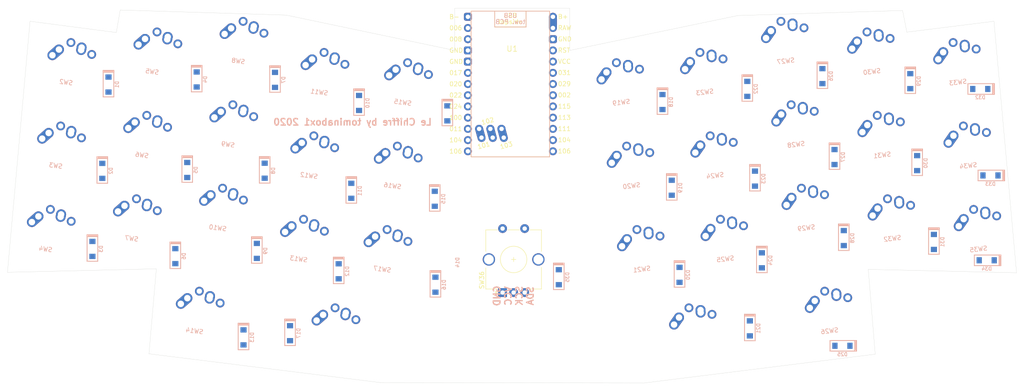
<source format=kicad_pcb>
(kicad_pcb (version 20241229) (generator "pcbnew") (generator_version "9.0")
  (layers (0 "F.Cu" signal) (2 "B.Cu" signal) (13 "F.Paste" user) (15 "B.Paste" user) (5 "F.SilkS" user) (7 "B.SilkS" user) (1 "F.Mask" user) (3 "B.Mask" user) (25 "Edge.Cuts" user))
  (net 0 "")
  (net 1 "GND")
  (net 2 "Net-(D1-K)")
  (net 3 "Net-(D2-K)")
  (net 4 "Net-(D3-K)")
  (net 5 "Net-(D4-K)")
  (net 6 "Net-(D5-K)")
  (net 7 "Net-(D6-K)")
  (net 8 "col5")
  (net 9 "row0")
  (net 10 "row1")
  (net 11 "col3")
  (net 12 "Net-(D7-K)")
  (net 13 "row2")
  (net 14 "Net-(D8-K)")
  (net 15 "col1")
  (net 16 "col0")
  (net 17 "col7")
  (net 18 "Net-(D9-K)")
  (net 19 "col2")
  (net 20 "row3")
  (net 21 "Net-(D10-K)")
  (net 22 "Net-(D11-K)")
  (net 23 "col6")
  (net 24 "col9")
  (net 25 "col4")
  (net 26 "col8")
  (net 27 "Net-(D12-K)")
  (net 28 "Net-(D13-K)")
  (net 29 "Net-(D14-K)")
  (net 30 "Net-(D15-K)")
  (net 31 "Net-(D16-K)")
  (net 32 "Net-(D17-K)")
  (net 33 "Net-(D18-K)")
  (net 34 "Net-(D19-K)")
  (net 35 "Net-(D20-K)")
  (net 36 "Net-(D21-K)")
  (net 37 "Net-(D22-K)")
  (net 38 "Net-(D23-K)")
  (net 39 "Net-(D24-K)")
  (net 40 "Net-(D25-K)")
  (net 41 "Net-(D26-K)")
  (net 42 "Net-(D27-K)")
  (net 43 "Net-(D28-K)")
  (net 44 "Net-(D29-K)")
  (net 45 "Net-(D30-K)")
  (net 46 "Net-(D31-K)")
  (net 47 "Net-(D32-K)")
  (net 48 "Net-(D33-K)")
  (net 49 "Net-(D34-K)")
  (net 50 "Net-(D35-K)")
  (net 60 "EncA")
  (net 61 "EncB")
  (footprint "Keebio-Parts:MX-Alps-Choc-1U-NoLED" (layer "F.Cu") (at 37.505804 50.429023 -7)
    (property "Reference" "SW2")
    (property "Value" "SW_Push")
  )
  (footprint "Keebio-Parts:MX-Alps-Choc-1U-NoLED" (layer "F.Cu") (at 35.184193 69.337027 -7)
    (property "Reference" "SW3")
    (property "Value" "SW_Push")
  )
  (footprint "Keebio-Parts:MX-Alps-Choc-1U-NoLED" (layer "F.Cu") (at 32.862582 88.245032 -7)
    (property "Reference" "SW4")
    (property "Value" "SW_Push")
  )
  (footprint "Keebio-Parts:MX-Alps-Choc-1U-NoLED" (layer "F.Cu") (at 56.994211 48.023633 -7)
    (property "Reference" "SW5")
    (property "Value" "SW_Push")
  )
  (footprint "Keebio-Parts:MX-Alps-Choc-1U-NoLED" (layer "F.Cu") (at 54.6726 66.931637 -7)
    (property "Reference" "SW6")
    (property "Value" "SW_Push")
  )
  (footprint "Keebio-Parts:MX-Alps-Choc-1U-NoLED" (layer "F.Cu") (at 52.350989 85.839642 -7)
    (property "Reference" "SW7")
    (property "Value" "SW_Push")
  )
  (footprint "Keebio-Parts:MX-Alps-Choc-1U-NoLED" (layer "F.Cu") (at 74.161007 64.526247 -7)
    (property "Reference" "SW9")
    (property "Value" "SW_Push")
  )
  (footprint "Keebio-Parts:MX-Alps-Choc-1U-NoLED" (layer "F.Cu") (at 71.839396 83.434252 -7)
    (property "Reference" "SW10")
    (property "Value" "SW_Push")
  )
  (footprint "Keebio-Parts:MX-Alps-Choc-1U-NoLED" (layer "F.Cu") (at 94.810219 52.666855 -7)
    (property "Reference" "SW11")
    (property "Value" "SW_Push")
  )
  (footprint "Keebio-Parts:MX-Alps-Choc-1U-NoLED" (layer "F.Cu") (at 92.488608 71.574859 -7)
    (property "Reference" "SW12")
    (property "Value" "SW_Push")
  )
  (footprint "Keebio-Parts:MX-Alps-Choc-1U-NoLED" (layer "F.Cu") (at 90.166997 90.482864 -7)
    (property "Reference" "SW13")
    (property "Value" "SW_Push")
  )
  (footprint "Keebio-Parts:MX-Alps-Choc-1U-NoLED" (layer "F.Cu") (at 113.718223 54.988466 -7)
    (property "Reference" "SW15")
    (property "Value" "SW_Push")
  )
  (footprint "Keebio-Parts:MX-Alps-Choc-1U-NoLED" (layer "F.Cu") (at 111.396612 73.89647 -7)
    (property "Reference" "SW16")
    (property "Value" "SW_Push")
  )
  (footprint "Keebio-Parts:MX-Alps-Choc-1U-NoLED" (layer "F.Cu") (at 109.075002 92.804475 -7)
    (property "Reference" "SW17")
    (property "Value" "SW_Push")
  )
  (footprint "Keebio-Parts:MX-Alps-Choc-2U-StabFlip" (layer "F.Cu") (at 97.299388 110.551673 -7)
    (property "Reference" "SW18")
    (property "Value" "SW_Push")
  )
  (footprint "Keebio-Parts:MX-Alps-Choc-1U-NoLED" (layer "F.Cu") (at 162.411777 54.988466 7)
    (property "Reference" "SW19")
    (property "Value" "SW_Push")
  )
  (footprint "Keebio-Parts:MX-Alps-Choc-1U-NoLED" (layer "F.Cu") (at 164.733388 73.89647 7)
    (property "Reference" "SW20")
    (property "Value" "SW_Push")
  )
  (footprint "Keebio-Parts:MX-Alps-Choc-1U-NoLED" (layer "F.Cu") (at 167.054998 92.804475 7)
    (property "Reference" "SW21")
    (property "Value" "SW_Push")
  )
  (footprint "Keebio-Parts:MX-Alps-Choc-2U-StabFlip" (layer "F.Cu") (at 178.830612 110.551673 7)
    (property "Reference" "SW22")
    (property "Value" "SW_Push")
  )
  (footprint "Keebio-Parts:MX-Alps-Choc-1U-NoLED" (layer "F.Cu") (at 181.319781 52.666855 7)
    (property "Reference" "SW23")
    (property "Value" "SW_Push")
  )
  (footprint "Keebio-Parts:MX-Alps-Choc-1U-NoLED" (layer "F.Cu") (at 183.641392 71.574859 7)
    (property "Reference" "SW24")
    (property "Value" "SW_Push")
  )
  (footprint "Keebio-Parts:MX-Alps-Choc-1U-NoLED" (layer "F.Cu") (at 185.963003 90.482864 7)
    (property "Reference" "SW25")
    (property "Value" "SW_Push")
  )
  (footprint "Keebio-Parts:MX-Alps-Choc-1U-NoLED" (layer "F.Cu") (at 209.555871 106.779086 7)
    (property "Reference" "SW26")
    (property "Value" "SW_Push")
  )
  (footprint "Keebio-Parts:MX-Alps-Choc-1U-NoLED" (layer "F.Cu") (at 199.647382 45.618243 7)
    (property "Reference" "SW27")
    (property "Value" "SW_Push")
  )
  (footprint "Keebio-Parts:MX-Alps-Choc-1U-NoLED" (layer "F.Cu") (at 201.968993 64.526247 7)
    (property "Reference" "SW28")
    (property "Value" "SW_Push")
  )
  (footprint "Keebio-Parts:MX-Alps-Choc-1U-NoLED" (layer "F.Cu") (at 204.290604 83.434252 7)
    (property "Reference" "SW29")
    (property "Value" "SW_Push")
  )
  (footprint "Keebio-Parts:MX-Alps-Choc-1U-NoLED" (layer "F.Cu") (at 219.135789 48.023633 7)
    (property "Reference" "SW30")
    (property "Value" "SW_Push")
  )
  (footprint "Keebio-Parts:MX-Alps-Choc-1U-NoLED" (layer "F.Cu") (at 221.4574 66.931637 7)
    (property "Reference" "SW31")
    (property "Value" "SW_Push")
  )
  (footprint "Keebio-Parts:MX-Alps-Choc-1U-NoLED" (layer "F.Cu") (at 223.779011 85.839642 7)
    (property "Reference" "SW32")
    (property "Value" "SW_Push")
  )
  (footprint "Keebio-Parts:MX-Alps-Choc-1U-NoLED" (layer "F.Cu") (at 238.624196 50.429023 7)
    (property "Reference" "SW33")
    (property "Value" "SW_Push")
  )
  (footprint "Keebio-Parts:MX-Alps-Choc-1U-NoLED" (layer "F.Cu") (at 240.945807 69.337027 7)
    (property "Reference" "SW34")
    (property "Value" "SW_Push")
  )
  (footprint "Keebio-Parts:MX-Alps-Choc-1U-NoLED" (layer "F.Cu") (at 243.267418 88.245032 7)
    (property "Reference" "SW35")
    (property "Value" "SW_Push")
  )
  (footprint "Keebio-Parts:MX-Alps-Choc-1U-NoLED" (layer "F.Cu") (at 66.574129 106.779086 -7)
    (property "Reference" "SW14")
    (property "Value" "SW_Push")
  )
  (footprint "Keebio-Parts:MX-Alps-Choc-1U-NoLED" (layer "F.Cu") (at 76.482618 45.618243 -7)
    (property "Reference" "SW8")
    (property "Value" "SW_Push")
  )
  (footprint "Rotary_Encoder:RotaryEncoder_Alps_EC12E-Switch_Vertical_H20mm_CircularMountingHoles" (layer "F.Cu") (at 135.93 101.23 90)
    (property "Reference" "SW36")
    (property "Value" "Rotary_Encoder_Switch")
  )
  (footprint "pro_micro:supermini_x_nice_nano" (layer "F.Cu") (at 138.09 45.985)
    (property "Reference" "U1")
    (property "Value" "SuperMini nRF52840 x nice_nano")
  )
  (footprint "Keebio-Parts:D_SOD123" (layer "B.Cu") (at 46.73 54.09 -90)
    (property "Reference" "D1")
    (property "Value" "1N4148" (hide yes))
  )
  (footprint "Keebio-Parts:D_SOD123" (layer "B.Cu") (at 45.33 73.65 -90)
    (property "Reference" "D2")
    (property "Value" "1N4148" (hide yes))
  )
  (footprint "Keebio-Parts:D_SOD123" (layer "B.Cu") (at 43.09 91.34 -90)
    (property "Reference" "D3")
    (property "Value" "1N4148" (hide yes))
  )
  (footprint "Keebio-Parts:D_SOD123" (layer "B.Cu") (at 66.69 52.94 -90)
    (property "Reference" "D4")
    (property "Value" "1N4148" (hide yes))
  )
  (footprint "Keebio-Parts:D_SOD123" (layer "B.Cu") (at 64.55 73.45 -90)
    (property "Reference" "D5")
    (property "Value" "1N4148" (hide yes))
  )
  (footprint "Keebio-Parts:D_SOD123" (layer "B.Cu") (at 61.86 92.98 -90)
    (property "Reference" "D6")
    (property "Value" "1N4148" (hide yes))
  )
  (footprint "Keebio-Parts:D_SOD123" (layer "B.Cu") (at 84.42 53.03 -90)
    (property "Reference" "D7")
    (property "Value" "1N4148" (hide yes))
  )
  (footprint "Keebio-Parts:D_SOD123" (layer "B.Cu") (at 82.08 73.62 -90)
    (property "Reference" "D8")
    (property "Value" "1N4148" (hide yes))
  )
  (footprint "Keebio-Parts:D_SOD123" (layer "B.Cu") (at 80.31 91.79 -90)
    (property "Reference" "D9")
    (property "Value" "1N4148" (hide yes))
  )
  (footprint "Keebio-Parts:D_SOD123" (layer "B.Cu") (at 103.44 58.26 -90)
    (property "Reference" "D10")
    (property "Value" "1N4148" (hide yes))
  )
  (footprint "Keebio-Parts:D_SOD123" (layer "B.Cu") (at 101.69 78.17 -90)
    (property "Reference" "D11")
    (property "Value" "1N4148" (hide yes))
  )
  (footprint "Keebio-Parts:D_SOD123" (layer "B.Cu") (at 98.83 96.41 -90)
    (property "Reference" "D12")
    (property "Value" "1N4148" (hide yes))
  )
  (footprint "Keebio-Parts:D_SOD123" (layer "B.Cu") (at 77.29 111.39 -90)
    (property "Reference" "D13")
    (property "Value" "1N4148" (hide yes))
  )
  (footprint "Keebio-Parts:D_SOD123" (layer "B.Cu") (at 123.43 60.62 -90)
    (property "Reference" "D14")
    (property "Value" "1N4148" (hide yes))
  )
  (footprint "Keebio-Parts:D_SOD123" (layer "B.Cu") (at 120.58 79.98 -90)
    (property "Reference" "D15")
    (property "Value" "1N4148" (hide yes))
  )
  (footprint "Keebio-Parts:D_SOD123" (layer "B.Cu") (at 120.73 99.45 -90)
    (property "Reference" "D16")
    (property "Value" "1N4148" (hide yes))
  )
  (footprint "Keebio-Parts:D_SOD123" (layer "B.Cu") (at 87.82 110.44 -90)
    (property "Reference" "D17")
    (property "Value" "1N4148" (hide yes))
  )
  (footprint "Keebio-Parts:D_SOD123" (layer "B.Cu") (at 172.12 58.05 -90)
    (property "Reference" "D18")
    (property "Value" "1N4148" (hide yes))
  )
  (footprint "Keebio-Parts:D_SOD123" (layer "B.Cu") (at 174.22 77.48 -90)
    (property "Reference" "D19")
    (property "Value" "1N4148" (hide yes))
  )
  (footprint "Keebio-Parts:D_SOD123" (layer "B.Cu") (at 175.98 97.22 -90)
    (property "Reference" "D20")
    (property "Value" "1N4148" (hide yes))
  )
  (footprint "Keebio-Parts:D_SOD123" (layer "B.Cu") (at 191.9 109.35 -90)
    (property "Reference" "D21")
    (property "Value" "1N4148" (hide yes))
  )
  (footprint "Keebio-Parts:D_SOD123" (layer "B.Cu") (at 191.32 55.07 -90)
    (property "Reference" "D22")
    (property "Value" "1N4148" (hide yes))
  )
  (footprint "Keebio-Parts:D_SOD123" (layer "B.Cu") (at 193.06 75.41 -90)
    (property "Reference" "D23")
    (property "Value" "1N4148" (hide yes))
  )
  (footprint "Keebio-Parts:D_SOD123" (layer "B.Cu") (at 194.62 93.93 -90)
    (property "Reference" "D24")
    (property "Value" "1N4148" (hide yes))
  )
  (footprint "Keebio-Parts:D_SOD123" (layer "B.Cu") (at 212.85 113.3 180)
    (property "Reference" "D25")
    (property "Value" "1N4148" (hide yes))
  )
  (footprint "Keebio-Parts:D_SOD123" (layer "B.Cu") (at 208.32 52.18 -90)
    (property "Reference" "D26")
    (property "Value" "1N4148" (hide yes))
  )
  (footprint "Keebio-Parts:D_SOD123" (layer "B.Cu") (at 211.06 70.52 -90)
    (property "Reference" "D27")
    (property "Value" "1N4148" (hide yes))
  )
  (footprint "Keebio-Parts:D_SOD123" (layer "B.Cu") (at 213.16 88.89 -90)
    (property "Reference" "D28")
    (property "Value" "1N4148" (hide yes))
  )
  (footprint "Keebio-Parts:D_SOD123" (layer "B.Cu") (at 228.21 53.32 -90)
    (property "Reference" "D29")
    (property "Value" "1N4148" (hide yes))
  )
  (footprint "Keebio-Parts:D_SOD123" (layer "B.Cu") (at 229.76 71.9 -90)
    (property "Reference" "D30")
    (property "Value" "1N4148" (hide yes))
  )
  (footprint "Keebio-Parts:D_SOD123" (layer "B.Cu") (at 233.56 89.76 -90)
    (property "Reference" "D31")
    (property "Value" "1N4148" (hide yes))
  )
  (footprint "Keebio-Parts:D_SOD123" (layer "B.Cu") (at 244.05 55.09 180)
    (property "Reference" "D32")
    (property "Value" "1N4148" (hide yes))
  )
  (footprint "Keebio-Parts:D_SOD123" (layer "B.Cu") (at 246.36 74.69 180)
    (property "Reference" "D33")
    (property "Value" "1N4148" (hide yes))
  )
  (footprint "Keebio-Parts:D_SOD123" (layer "B.Cu") (at 245.51 93.92 180)
    (property "Reference" "D34")
    (property "Value" "1N4148" (hide yes))
  )
  (footprint "Keebio-Parts:D_SOD123" (layer "B.Cu") (at 148.655 97.75 -90)
    (property "Reference" "D35")
    (property "Value" "1N4148" (hide yes))
  )
  (gr_line (start 167.93 121.73) (end 220.27 115.2) (stroke (width 0.05)) (layer "Edge.Cuts"))
  (gr_line (start 28.97 39.75) (end 23.86 96.64) (stroke (width 0.05)) (layer "Edge.Cuts"))
  (gr_line (start 226.46 37.31) (end 189.17 38.45) (stroke (width 0.05)) (layer "Edge.Cuts"))
  (gr_line (start 151.13 46.355) (end 151.13 36.83) (stroke (width 0.05)) (layer "Edge.Cuts"))
  (gr_line (start 151.13 46.355) (end 189.17 38.45) (stroke (width 0.05)) (layer "Edge.Cuts"))
  (gr_line (start 218.7 95.98) (end 252.26 96.74) (stroke (width 0.05)) (layer "Edge.Cuts"))
  (gr_line (start 57.56 95.85) (end 23.86 96.64) (stroke (width 0.05)) (layer "Edge.Cuts"))
  (gr_line (start 125.095 36.83) (end 151.13 36.83) (stroke (width 0.05)) (layer "Edge.Cuts"))
  (gr_line (start 125.095 46.355) (end 125.095 36.83) (stroke (width 0.05)) (layer "Edge.Cuts"))
  (gr_line (start 49.38 37.2) (end 86.94 38.35) (stroke (width 0.05)) (layer "Edge.Cuts"))
  (gr_line (start 86.94 38.35) (end 125.095 46.355) (stroke (width 0.05)) (layer "Edge.Cuts"))
  (gr_line (start 48.5 42.3) (end 49.38 37.2) (stroke (width 0.05)) (layer "Edge.Cuts"))
  (gr_line (start 227.44 42.21) (end 226.46 37.31) (stroke (width 0.05)) (layer "Edge.Cuts"))
  (gr_line (start 167.93 121.73) (end 108.19 121.63) (stroke (width 0.05)) (layer "Edge.Cuts"))
  (gr_line (start 55.89 115.11) (end 57.56 95.85) (stroke (width 0.05)) (layer "Edge.Cuts"))
  (gr_line (start 108.19 121.63) (end 55.89 115.11) (stroke (width 0.05)) (layer "Edge.Cuts"))
  (gr_line (start 247.15 39.75) (end 252.26 96.74) (stroke (width 0.05)) (layer "Edge.Cuts"))
  (gr_line (start 220.27 115.2) (end 218.7 95.98) (stroke (width 0.05)) (layer "Edge.Cuts"))
  (gr_line (start 28.97 39.75) (end 48.5 42.3) (stroke (width 0.05)) (layer "Edge.Cuts"))
  (gr_line (start 247.15 39.75) (end 227.44 42.21) (stroke (width 0.05)) (layer "Edge.Cuts"))
  (gr_text "VCC" (at 137.205 101.989999 90) (layer "B.SilkS") (effects (font (size 1.5 1.5) (thickness 0.3)) (justify mirror)))
  (gr_text "SDA" (at 142.175 101.989999 90) (layer "B.SilkS") (effects (font (size 1.5 1.5) (thickness 0.3)) (justify mirror)))
  (gr_text "SCK" (at 139.695 101.99 90) (layer "B.SilkS") (effects (font (size 1.5 1.5) (thickness 0.3)) (justify mirror)))
  (gr_text "GND\n" (at 134.655 101.99 90) (layer "B.SilkS") (effects (font (size 1.5 1.5) (thickness 0.3)) (justify mirror)))
  (gr_text "Le Chiffre by tominabox1 2020" (at 101.97 62.59 0) (layer "B.SilkS") (effects (font (size 1.5 1.5) (thickness 0.3)) (justify mirror)))
)
</source>
